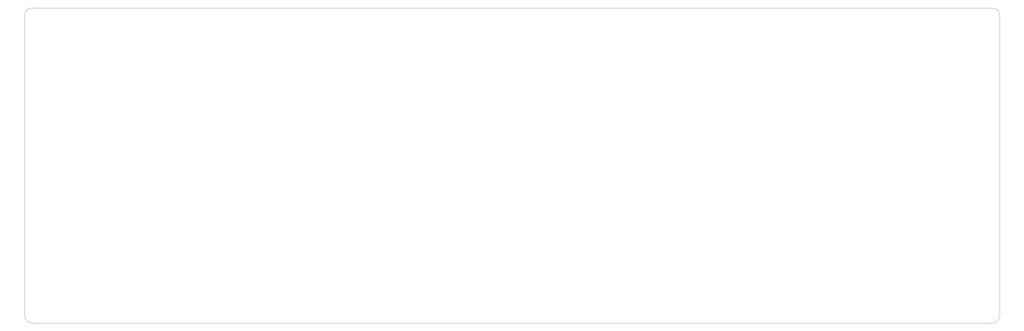
<source format=gbr>
%TF.GenerationSoftware,KiCad,Pcbnew,9.0.2*%
%TF.CreationDate,2025-06-27T15:03:20-07:00*%
%TF.ProjectId,PCBv1,50434276-312e-46b6-9963-61645f706362,rev?*%
%TF.SameCoordinates,Original*%
%TF.FileFunction,Profile,NP*%
%FSLAX46Y46*%
G04 Gerber Fmt 4.6, Leading zero omitted, Abs format (unit mm)*
G04 Created by KiCad (PCBNEW 9.0.2) date 2025-06-27 15:03:20*
%MOMM*%
%LPD*%
G01*
G04 APERTURE LIST*
%TA.AperFunction,Profile*%
%ADD10C,0.050000*%
%TD*%
G04 APERTURE END LIST*
D10*
X68262500Y-161131250D02*
G75*
G02*
X65881250Y-158750000I0J2381250D01*
G01*
X211137500Y-61118750D02*
X213518750Y-61118750D01*
X65881250Y-158750000D02*
X65881250Y-63500000D01*
X213518750Y-61118750D02*
X227806250Y-61118750D01*
X373062500Y-61118750D02*
X229393750Y-61118750D01*
X65881250Y-63500000D02*
G75*
G02*
X68262500Y-61118750I2381250J0D01*
G01*
X68262500Y-61118750D02*
X211137500Y-61118750D01*
X375443750Y-158750000D02*
G75*
G02*
X373062500Y-161131250I-2381250J0D01*
G01*
X227806250Y-61118749D02*
X229393750Y-61118750D01*
X373062500Y-61118750D02*
G75*
G02*
X375443750Y-63500000I0J-2381250D01*
G01*
X375443750Y-158750000D02*
X375443750Y-63500000D01*
X148431250Y-161131250D02*
X155575000Y-161131250D01*
X148431250Y-161131250D02*
X68262500Y-161131250D01*
X155575000Y-161131250D02*
X373062500Y-161131250D01*
M02*

</source>
